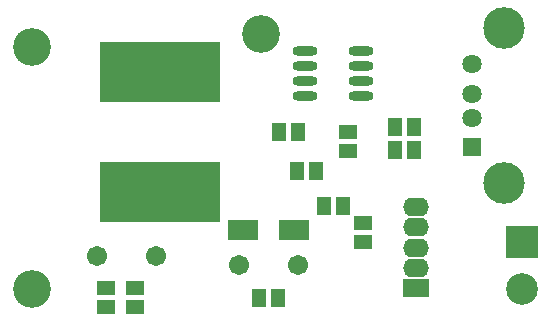
<source format=gts>
G04*
G04 #@! TF.GenerationSoftware,Altium Limited,Altium Designer,18.0.9 (584)*
G04*
G04 Layer_Color=8388736*
%FSLAX25Y25*%
%MOIN*%
G70*
G01*
G75*
%ADD20R,0.04737X0.05918*%
%ADD21R,0.05918X0.04737*%
%ADD22R,0.40170X0.20485*%
%ADD23R,0.09973X0.06942*%
%ADD24O,0.08280X0.03162*%
%ADD25R,0.06422X0.06422*%
%ADD26C,0.06422*%
%ADD27C,0.13855*%
%ADD28O,0.08674X0.06312*%
%ADD29R,0.08674X0.06312*%
%ADD30C,0.06706*%
%ADD31R,0.10544X0.10544*%
%ADD32C,0.10544*%
%ADD33C,0.12611*%
D20*
X125098Y60039D02*
D03*
X118799D02*
D03*
X125098Y67913D02*
D03*
X118799D02*
D03*
X79823Y10827D02*
D03*
X73524D02*
D03*
X86713Y65945D02*
D03*
X80413D02*
D03*
X101476Y41339D02*
D03*
X95177D02*
D03*
X92618Y53150D02*
D03*
X86319D02*
D03*
D21*
X103248Y59842D02*
D03*
Y66142D02*
D03*
X22539Y13976D02*
D03*
Y7677D02*
D03*
X32382Y13976D02*
D03*
Y7677D02*
D03*
X108169Y29331D02*
D03*
Y35630D02*
D03*
D22*
X40740Y85945D02*
D03*
Y45945D02*
D03*
D23*
X85098Y33465D02*
D03*
X68248D02*
D03*
D24*
X89075Y78130D02*
D03*
Y83130D02*
D03*
Y88130D02*
D03*
Y93130D02*
D03*
X107579Y78130D02*
D03*
Y83130D02*
D03*
Y88130D02*
D03*
Y93130D02*
D03*
D25*
X144626Y61024D02*
D03*
D26*
Y70866D02*
D03*
Y78740D02*
D03*
Y88583D02*
D03*
D27*
X155295Y48937D02*
D03*
Y100669D02*
D03*
D28*
X125886Y40945D02*
D03*
Y34252D02*
D03*
Y27559D02*
D03*
Y20866D02*
D03*
D29*
Y14173D02*
D03*
D30*
X19587Y24606D02*
D03*
X39272D02*
D03*
X86516Y21654D02*
D03*
X66831D02*
D03*
D31*
X161319Y29449D02*
D03*
D32*
Y13858D02*
D03*
D33*
X74311Y98819D02*
D03*
X-2067Y13898D02*
D03*
Y94488D02*
D03*
M02*

</source>
